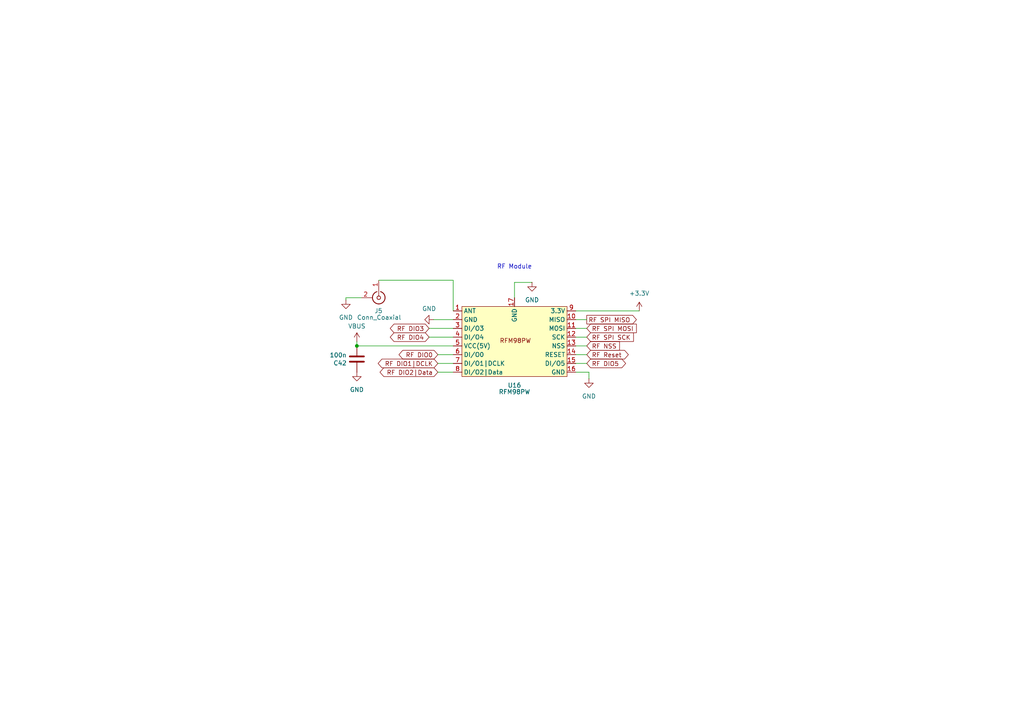
<source format=kicad_sch>
(kicad_sch (version 20250114) (generator "eeschema") (generator_version "9.0")
  (paper "A4")
  (lib_symbols
    (symbol "1my_symbol:RF_Module"
      (property "Reference" "U1" (at 23.876 4.318 0))
      (symbol "RF_Module_1_1"
        (rectangle (start -3.81 -5.08) (end 26.67 -25.4) (fill (type background)))
        (text "RFM98PW" (at 11.684 -14.986 0) (effects (font (size 1.27 1.27))))
        (pin bidirectional line (at -6.35 -6.35 0) (length 2.54) (name "ANT") (number "1"))
        (pin power_in line (at -6.35 -8.89 0) (length 2.54) (name "GND") (number "2"))
        (pin bidirectional line (at -6.35 -11.43 0) (length 2.54) (name "DI/O3") (number "3"))
        (pin bidirectional line (at -6.35 -13.97 0) (length 2.54) (name "DI/O4") (number "4"))
        (pin input line (at -6.35 -16.51 0) (length 2.54) (name "VCC(5V)") (number "5"))
        (pin bidirectional line (at -6.35 -19.05 0) (length 2.54) (name "DI/O0") (number "6"))
        (pin bidirectional line (at -6.35 -21.59 0) (length 2.54) (name "DI/O1|DCLK") (number "7"))
        (pin bidirectional line (at -6.35 -24.13 0) (length 2.54) (name "DI/O2|Data") (number "8"))
        (pin power_in line (at 11.43 -2.54 270) (length 2.54) (name "GND") (number "17"))
        (pin power_out line (at 29.21 -6.35 180) (length 2.54) (name "3.3V") (number "9"))
        (pin output line (at 29.21 -8.89 180) (length 2.54) (name "MISO") (number "10"))
        (pin input line (at 29.21 -11.43 180) (length 2.54) (name "MOSI") (number "11"))
        (pin input line (at 29.21 -13.97 180) (length 2.54) (name "SCK") (number "12"))
        (pin input line (at 29.21 -16.51 180) (length 2.54) (name "NSS") (number "13"))
        (pin bidirectional line (at 29.21 -19.05 180) (length 2.54) (name "RESET") (number "14"))
        (pin bidirectional line (at 29.21 -21.59 180) (length 2.54) (name "DI/O5") (number "15"))
        (pin power_in line (at 29.21 -24.13 180) (length 2.54) (name "GND") (number "16"))
      )
    )
    (symbol "Connector:Conn_Coaxial" (pin_names (offset 1.016) (hide yes))
      (property "Reference" "J" (at 0.254 3.048 0))
      (property "Value" "Conn_Coaxial" (at 2.921 0 90))
      (symbol "Conn_Coaxial_0_1"
        (polyline (pts (xy -2.54 0) (xy -0.508 0)))
        (arc (start 1.778 0) (mid 0.222 -1.8079) (end -1.778 -0.508) (stroke (width 0.254)))
        (arc (start -1.778 0.508) (mid 0.2221 1.8084) (end 1.778 0) (stroke (width 0.254)))
        (circle (center 0 0) (radius 0.508) (stroke (width 0.2032)))
        (polyline (pts (xy 0 -2.54) (xy 0 -1.778)))
      )
      (symbol "Conn_Coaxial_1_1"
        (pin passive line (at -5.08 0 0) (length 2.54) (name "In") (number "1"))
        (pin passive line (at 0 -5.08 90) (length 2.54) (name "Ext") (number "2"))
      )
    )
    (symbol "Device:C" (pin_numbers (hide yes)) (pin_names (offset 0.254))
      (property "Reference" "C" (at 0.635 2.54 0))
      (property "Value" "C" (at 0.635 -2.54 0))
      (symbol "C_0_1"
        (polyline (pts (xy -2.032 0.762) (xy 2.032 0.762)) (stroke (width 0.508)))
        (polyline (pts (xy -2.032 -0.762) (xy 2.032 -0.762)) (stroke (width 0.508)))
      )
      (symbol "C_1_1"
        (pin passive line (at 0 3.81 270) (length 2.794) (name "~") (number "1"))
        (pin passive line (at 0 -3.81 90) (length 2.794) (name "~") (number "2"))
      )
    )
    (symbol "power:+3.3V" (power) (pin_numbers (hide yes)) (pin_names (offset 0) (hide yes))
      (property "Value" "+3.3V" (at 0 3.556 0))
      (symbol "+3.3V_0_1"
        (polyline (pts (xy -0.762 1.27) (xy 0 2.54)))
        (polyline (pts (xy 0 2.54) (xy 0.762 1.27)))
        (polyline (pts (xy 0 0) (xy 0 2.54)))
      )
      (symbol "+3.3V_1_1"
        (pin power_in line (at 0 0 90) (length 0) (name "~") (number "1"))
      )
    )
    (symbol "power:GND" (power) (pin_numbers (hide yes)) (pin_names (offset 0) (hide yes))
      (property "Value" "GND" (at 0 -3.81 0))
      (symbol "GND_0_1"
        (polyline (pts (xy 0 0) (xy 0 -1.27) (xy 1.27 -1.27) (xy 0 -2.54) (xy -1.27 -1.27) (xy 0 -1.27)))
      )
      (symbol "GND_1_1"
        (pin power_in line (at 0 0 270) (length 0) (name "~") (number "1"))
      )
    )
    (symbol "power:VBUS" (power) (pin_numbers (hide yes)) (pin_names (offset 0) (hide yes))
      (property "Value" "VBUS" (at 0 3.556 0))
      (symbol "VBUS_0_1"
        (polyline (pts (xy -0.762 1.27) (xy 0 2.54)))
        (polyline (pts (xy 0 2.54) (xy 0.762 1.27)))
        (polyline (pts (xy 0 0) (xy 0 2.54)))
      )
      (symbol "VBUS_1_1"
        (pin power_in line (at 0 0 90) (length 0) (name "~") (number "1"))
      )
    )
  )
  (text "RF Module" (at 149.225 77.47 0) (effects (font (size 1.27 1.27))))
  (junction (at 103.505 100.33))
  (wire (pts (xy 131.445 81.28) (xy 131.445 90.17)))
  (wire (pts (xy 127 105.41) (xy 131.445 105.41)))
  (wire (pts (xy 127 107.95) (xy 131.445 107.95)))
  (wire (pts (xy 100.33 86.36) (xy 104.775 86.36)))
  (wire (pts (xy 170.815 107.95) (xy 170.815 109.855)))
  (wire (pts (xy 167.005 107.95) (xy 170.815 107.95)))
  (wire (pts (xy 167.005 105.41) (xy 170.18 105.41)))
  (wire (pts (xy 167.005 97.79) (xy 170.18 97.79)))
  (wire (pts (xy 125.73 92.71) (xy 131.445 92.71)))
  (wire (pts (xy 124.46 95.25) (xy 131.445 95.25)))
  (wire (pts (xy 167.005 92.71) (xy 170.18 92.71)))
  (wire (pts (xy 167.005 100.33) (xy 170.18 100.33)))
  (wire (pts (xy 103.505 99.06) (xy 103.505 100.33)))
  (wire (pts (xy 167.005 90.17) (xy 185.42 90.17)))
  (wire (pts (xy 127 102.87) (xy 131.445 102.87)))
  (wire (pts (xy 149.225 86.36) (xy 149.225 81.915)))
  (wire (pts (xy 109.855 81.28) (xy 131.445 81.28)))
  (wire (pts (xy 167.005 95.25) (xy 170.18 95.25)))
  (wire (pts (xy 149.225 81.915) (xy 154.305 81.915)))
  (wire (pts (xy 167.005 102.87) (xy 170.18 102.87)))
  (wire (pts (xy 103.505 100.33) (xy 131.445 100.33)))
  (wire (pts (xy 124.46 97.79) (xy 131.445 97.79)))
  (wire (pts (xy 100.33 86.995) (xy 100.33 86.36)))
  (global_label "RF DIO2|Data" (shape bidirectional) (at 127 107.95 180) (property "Intersheetrefs" "${INTERSHEET_REFS}" (effects (hide yes))))
  (global_label "RF DIO5" (shape bidirectional) (at 170.18 105.41 0) (property "Intersheetrefs" "${INTERSHEET_REFS}" (effects (hide yes))))
  (global_label "RF NSS" (shape input) (at 170.18 100.33 0) (property "Intersheetrefs" "${INTERSHEET_REFS}" (effects (hide yes))))
  (global_label "RF SPI SCK" (shape input) (at 170.18 97.79 0) (property "Intersheetrefs" "${INTERSHEET_REFS}" (effects (hide yes))))
  (global_label "RF DIO3" (shape bidirectional) (at 124.46 95.25 180) (property "Intersheetrefs" "${INTERSHEET_REFS}" (effects (hide yes))))
  (global_label "RF DIO4" (shape bidirectional) (at 124.46 97.79 180) (property "Intersheetrefs" "${INTERSHEET_REFS}" (effects (hide yes))))
  (global_label "RF DIO1|DCLK" (shape bidirectional) (at 127 105.41 180) (property "Intersheetrefs" "${INTERSHEET_REFS}" (effects (hide yes))))
  (global_label "RF SPI MOSI" (shape input) (at 170.18 95.25 0) (property "Intersheetrefs" "${INTERSHEET_REFS}" (effects (hide yes))))
  (global_label "RF SPI MISO" (shape output) (at 170.18 92.71 0) (property "Intersheetrefs" "${INTERSHEET_REFS}" (effects (hide yes))))
  (global_label "RF DIO0" (shape bidirectional) (at 127 102.87 180) (property "Intersheetrefs" "${INTERSHEET_REFS}" (effects (hide yes))))
  (global_label "RF Reset" (shape bidirectional) (at 170.18 102.87 0) (property "Intersheetrefs" "${INTERSHEET_REFS}" (effects (hide yes))))
  (symbol (lib_id "power:+3.3V") (at 185.42 90.17 0) (unit 1)
    (property "Reference" "#PWR0109" (effects (hide yes)))
    (property "Value" "+3.3V" (at 185.42 85.09 0))
    (property "Description" "Power symbol creates a global label with name \"+3.3V\"" (effects (hide yes)))
  )
  (symbol (lib_id "power:GND") (at 154.305 81.915 0) (unit 1)
    (property "Reference" "#PWR0107" (effects (hide yes)))
    (property "Value" "GND" (at 154.305 86.995 0))
    (property "Description" "Power symbol creates a global label with name \"GND\" , ground" (effects (hide yes)))
  )
  (symbol (lib_id "power:GND") (at 125.73 92.71 270) (unit 1)
    (property "Reference" "#PWR0106" (effects (hide yes)))
    (property "Value" "GND" (at 124.46 89.535 90))
    (property "Description" "Power symbol creates a global label with name \"GND\" , ground" (effects (hide yes)))
  )
  (symbol (lib_id "power:VBUS") (at 103.505 99.06 0) (unit 1)
    (property "Reference" "#PWR05" (effects (hide yes)))
    (property "Value" "VBUS" (at 103.505 94.615 0))
    (property "Description" "Power symbol creates a global label with name \"VBUS\"" (effects (hide yes)))
  )
  (symbol (lib_id "power:GND") (at 100.33 86.995 0) (unit 1)
    (property "Reference" "#PWR0101" (effects (hide yes)))
    (property "Value" "GND" (at 100.33 92.075 0))
    (property "Description" "Power symbol creates a global label with name \"GND\" , ground" (effects (hide yes)))
  )
  (symbol (lib_id "1my_symbol:RF_Module") (at 137.795 83.82 0) (unit 1)
    (property "Reference" "U16" (at 149.225 111.76 0))
    (property "Value" "RFM98PW" (at 149.225 113.665 0))
    (property "Footprint" "1my_footprints:RFM98PW" (effects (hide yes)))
    (property "Datasheet" "https://www.hoperf.com/uploads/RFM98PW_RFM95PWRFTransmitterandReceiverModuleDatasheetREV1.1_1695351398.pdf" (effects (hide yes)))
    (property "Description" "RF Module :)" (effects (hide yes)))
  )
  (symbol (lib_id "Connector:Conn_Coaxial") (at 109.855 86.36 270) (unit 1)
    (property "Reference" "J5" (at 108.585 90.17 90) (effects (justify left)))
    (property "Value" "Conn_Coaxial" (at 103.505 92.075 90) (effects (justify left)))
    (property "Footprint" "Connector_Coaxial:MMCX_Molex_73415-1471_Vertical" (effects (hide yes)))
    (property "Description" "coaxial connector (BNC, SMA, SMB, SMC, Cinch/RCA, LEMO, ...)" (effects (hide yes)))
  )
  (symbol (lib_id "Device:C") (at 103.505 104.14 180) (unit 1)
    (property "Reference" "C42" (at 100.584 105.3084 0) (effects (justify left)))
    (property "Value" "100n" (at 100.584 102.997 0) (effects (justify left)))
    (property "Footprint" "Capacitor_SMD:C_0402_1005Metric" (effects (hide yes)))
  )
  (symbol (lib_id "power:GND") (at 170.815 109.855 0) (unit 1)
    (property "Reference" "#PWR0108" (effects (hide yes)))
    (property "Value" "GND" (at 170.815 114.935 0))
    (property "Description" "Power symbol creates a global label with name \"GND\" , ground" (effects (hide yes)))
  )
  (symbol (lib_id "power:GND") (at 103.505 107.95 0) (unit 1)
    (property "Reference" "#PWR0104" (effects (hide yes)))
    (property "Value" "GND" (at 103.505 113.03 0))
    (property "Description" "Power symbol creates a global label with name \"GND\" , ground" (effects (hide yes)))
  )
)
</source>
